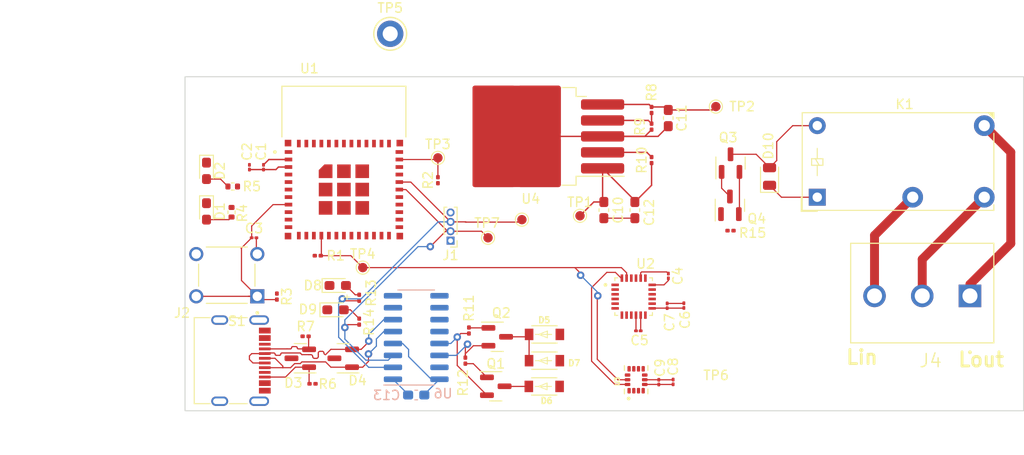
<source format=kicad_pcb>
(kicad_pcb (version 20221018) (generator pcbnew)
  (layers (0 "F.Cu" signal) (31 "B.Cu" signal) (34 "B.Paste" user) (35 "F.Paste" user) (36 "B.SilkS" user "B.Silkscreen") (37 "F.SilkS" user "F.Silkscreen") (38 "B.Mask" user) (39 "F.Mask" user) (44 "Edge.Cuts" user))
  (net 0 "")
  (net 1 "+3.3V")
  (net 2 "GND")
  (net 7 "/RST")
  (net 11 "RX")
  (net 12 "INIT_MPU")
  (net 14 "TX")
  (net 15 "SCL")
  (net 21 "Net-(D2-A)")
  (net 22 "Net-(D10-A)")
  (net 23 "SDA")
  (net 24 "Net-(U2-CPOUT)")
  (net 25 "+5V")
  (net 30 "Net-(D8-A)")
  (net 31 "Net-(D6-K)")
  (net 33 "Net-(U2-REGOUT)")
  (net 34 "Net-(D1-A)")
  (net 37 "INIT_ICM")
  (net 42 "CS")
  (net 47 "Net-(J2-CC2)")
  (net 48 "Net-(J2-CC1)")
  (net 49 "D+")
  (net 50 "D-")
  (net 53 "LED")
  (net 54 "Net-(U4-VA)")
  (net 55 "Net-(U4-EN)")
  (net 56 "Net-(Q1-B)")
  (net 57 "Net-(Q1-E)")
  (net 58 "Net-(Q2-B)")
  (net 59 "Net-(Q2-E)")
  (net 60 "/IO_0")
  (net 68 "Net-(D9-A)")
  (net 69 "Net-(J4-Pin_1)")
  (net 70 "Net-(J4-Pin_2)")
  (net 71 "Net-(J4-Pin_3)")
  (net 72 "Net-(Q3-B)")
  (net 73 "Relay")
  (net 74 "Net-(D5-K)")
  (net 75 "/IO_2")
  (footprint "mpu:QFN50P400X400X95-24N" (layer "F.Cu") (at 116.341 74.209)
    (fp_text reference "U2")
    (fp_text value "MPU-6050")
  )
  (footprint "Resistor_SMD:R_0402_1005Metric" (layer "F.Cu") (at 73.658 62.484 180)
    (fp_text reference "R5")
    (fp_text value "1k")
  )
  (footprint "ICM:PQFN50P300X250X97-14N" (layer "F.Cu") (at 116.607 83.058 90)
    (fp_text reference "U3")
    (fp_text value "ICM-42688-P")
  )
  (footprint "Package_TO_SOT_SMD:SOT-23" (layer "F.Cu") (at 126.655 59.9925 90)
    (fp_text reference "Q3")
    (fp_text value "BC847")
  )
  (footprint "Package_TO_SOT_SMD:SOT-23" (layer "F.Cu") (at 101.819 78.486)
    (fp_text reference "Q2")
    (fp_text value "BC847")
  )
  (footprint "LED_SMD:LED_0603_1608Metric_Pad1.05x0.95mm_HandSolder" (layer "F.Cu") (at 70.866 60.819 -90)
    (fp_text reference "D2")
    (fp_text value "Status Led")
  )
  (footprint "Resistor_SMD:R_0201_0603Metric" (layer "F.Cu") (at 81.4176 78.4352)
    (fp_text reference "R7")
    (fp_text value "4.7k")
  )
  (footprint "Resistor_SMD:R_0201_0603Metric" (layer "F.Cu") (at 98.425 81.026 -90)
    (fp_text reference "R12")
    (fp_text value "10k")
  )
  (footprint "Resistor_SMD:R_0201_0603Metric" (layer "F.Cu") (at 87.122 76.871 -90)
    (fp_text reference "R14")
    (fp_text value "1k")
  )
  (footprint "Package_TO_SOT_SMD:TO-263-5_TabPin3" (layer "F.Cu") (at 105.386 57.15 180)
    (fp_text reference "U4")
    (fp_text value "IFX25401TBV")
  )
  (footprint "Capacitor_SMD:C_01005_0402Metric" (layer "F.Cu") (at 75.438 60.431 90)
    (fp_text reference "C2")
    (fp_text value "0.1uF")
  )
  (footprint "TestPoint:TestPoint_Pad_D1.0mm" (layer "F.Cu") (at 110.629 65.604)
    (fp_text reference "TP1")
    (fp_text value "TX")
  )
  (footprint "TestPoint:TestPoint_Pad_D1.0mm" (layer "F.Cu") (at 87.503 71.12)
    (fp_text reference "TP4")
    (fp_text value "SCL")
  )
  (footprint "Capacitor_SMD:C_01005_0402Metric" (layer "F.Cu") (at 120.036 72.009 -90)
    (fp_text reference "C4")
    (fp_text value "2.2nF")
  )
  (footprint "Package_TO_SOT_SMD:SOT-23" (layer "F.Cu") (at 85.4225 80.772 180)
    (fp_text reference "D4")
    (fp_text value "SP0502BAHT")
  )
  (footprint "Connector_USB:USB_C_Receptacle_G-Switch_GT-USB-7010ASV" (layer "F.Cu") (at 73.347 81.024 -90)
    (fp_text reference "J2")
    (fp_text value "USB_C_Receptacle_USB2.0")
  )
  (footprint "Capacitor_SMD:C_01005_0402Metric" (layer "F.Cu") (at 76.936 60.431 90)
    (fp_text reference "C1")
    (fp_text value "10uF")
  )
  (footprint "Resistor_SMD:R_0201_0603Metric" (layer "F.Cu") (at 118.249 54.337 -90)
    (fp_text reference "R8")
    (fp_text value "13.19k")
  )
  (footprint "Resistor_SMD:R_0201_0603Metric" (layer "F.Cu") (at 87.122 74.331 -90)
    (fp_text reference "R13")
    (fp_text value "1k")
  )
  (footprint "Schottky:DIO_MMSZ4700T1G" (layer "F.Cu") (at 106.8475 78.232)
    (fp_text reference "D5")
    (fp_text value "D_Schottky")
  )
  (footprint "Schottky:DIO_MMSZ4700T1G" (layer "F.Cu") (at 106.8205 83.7692)
    (fp_text reference "D6")
    (fp_text value "D_Schottky")
  )
  (footprint "TestPoint:TestPoint_Pad_D1.0mm" (layer "F.Cu") (at 100.838 67.945)
    (fp_text reference "TP7")
    (fp_text value "RX")
  )
  (footprint "Capacitor_SMD:C_01005_0402Metric" (layer "F.Cu") (at 120.544 83.291 90)
    (fp_text reference "C8")
    (fp_text value "0.1uF")
  )
  (footprint "Resistor_SMD:R_0201_0603Metric" (layer "F.Cu") (at 78.359 74.204 -90)
    (fp_text reference "R3")
    (fp_text value "10k")
  )
  (footprint "Schottky:DIO_MMSZ4700T1G" (layer "F.Cu") (at 106.8443 81.026)
    (fp_text reference "D7")
    (fp_text value "D_Schottky")
  )
  (footprint "Screw:CUI_TB009-508-03BE" (layer "F.Cu") (at 152.146 74.1325 180)
    (fp_text reference "J4")
    (fp_text value "Screw_Terminal_01x03")
  )
  (footprint "button:SW_TS02-66-95-BK-260-LCR-D" (layer "F.Cu") (at 73.025 71.9275 180)
    (fp_text reference "S1")
    (fp_text value "TS02-66-95-BK-260-LCR-D")
  )
  (footprint "LED_SMD:LED_0603_1608Metric_Pad1.05x0.95mm_HandSolder" (layer "F.Cu") (at 84.836 73.025)
    (fp_text reference "D8")
    (fp_text value "TX")
  )
  (footprint "Resistor_SMD:R_0201_0603Metric" (layer "F.Cu") (at 82.1542 83.4898 180)
    (fp_text reference "R6")
    (fp_text value "4.7k")
  )
  (footprint "TestPoint:TestPoint_Pad_D1.0mm" (layer "F.Cu") (at 125.095 53.975)
    (fp_text reference "TP2")
    (fp_text value "TX")
  )
  (footprint "Diode_SMD:D_0805_2012Metric" (layer "F.Cu") (at 130.81 61.4195 90)
    (fp_text reference "D10")
    (fp_text value "CD4148W")
  )
  (footprint "Resistor_SMD:R_0402_1005Metric" (layer "F.Cu") (at 73.533 65.2252 -90)
    (fp_text reference "R4")
    (fp_text value "1k")
  )
  (footprint "LED_SMD:LED_0603_1608Metric_Pad1.05x0.95mm_HandSolder" (layer "F.Cu") (at 84.6045 75.6115)
    (fp_text reference "D9")
    (fp_text value "RX")
  )
  (footprint "TestPoint:TestPoint_Pad_D1.0mm" (layer "F.Cu") (at 104.4448 66.0146 180)
    (fp_text reference "TP6")
    (fp_text value "TX")
  )
  (footprint "esp 32:MODULE_ESP32-PICO-MINI-02" (layer "F.Cu") (at 85.496 62.812)
    (fp_text reference "U1")
    (fp_text value "ESP32-PICO-MINI-02")
  )
  (footprint "Resistor_SMD:R_0201_0603Metric" (layer "F.Cu") (at 126.655 67.183 180)
    (fp_text reference "R15")
    (fp_text value "10k")
  )
  (footprint "Resistor_SMD:R_0201_0603Metric" (layer "F.Cu") (at 98.806 77.815 90)
    (fp_text reference "R11")
    (fp_text value "10k")
  )
  (footprint "Capacitor_SMD:C_0603_1608Metric_Pad1.08x0.95mm_HandSolder" (layer "F.Cu") (at 116.471 64.9955 -90)
    (fp_text reference "C12")
    (fp_text value "10uF")
  )
  (footprint "TestPoint:TestPoint_Pad_D1.0mm" (layer "F.Cu") (at 95.504 59.436)
    (fp_text reference "TP3")
    (fp_text value "SDA")
  )
  (footprint "Resistor_SMD:R_0201_0603Metric" (layer "F.Cu") (at 118.249 59.671 90)
    (fp_text reference "R10")
    (fp_text value "4.7k")
  )
  (footprint "Resistor_SMD:R_0201_0603Metric" (layer "F.Cu") (at 118.249 56.115 -90)
    (fp_text reference "R9")
    (fp_text value "10k")
  )
  (footprint "Connector_PinHeader_1.00mm:PinHeader_1x04_P1.00mm_Vertical" (layer "F.Cu") (at 96.8502 68.2498 180)
    (fp_text reference "J1")
    (fp_text value "Conn_01x04_Pin")
  )
  (footprint "Capacitor_SMD:C_01005_0402Metric" (layer "F.Cu") (at 75.925 67.945)
    (fp_text reference "C3")
    (fp_text value "0.1uF")
  )
  (footprint "Capacitor_SMD:C_01005_0402Metric" (layer "F.Cu") (at 119.909 75.184 -90)
    (fp_text reference "C7")
    (fp_text value "10nF")
  )
  (footprint "Capacitor_SMD:C_01005_0402Metric" (layer "F.Cu") (at 119.02 83.312 90)
    (fp_text reference "C9")
    (fp_text value "0.1uF")
  )
  (footprint "Capacitor_SMD:C_01005_0402Metric" (layer "F.Cu") (at 121.687 75.163 90)
    (fp_text reference "C6")
    (fp_text value "0.1uF")
  )
  (footprint "LED_SMD:LED_0603_1608Metric_Pad1.05x0.95mm_HandSolder" (layer "F.Cu") (at 70.866 65.137 -90)
    (fp_text reference "D1")
    (fp_text value "Red Led")
  )
  (footprint "Resistor_SMD:R_0201_0603Metric" (layer "F.Cu") (at 95.504 61.813 90)
    (fp_text reference "R2")
    (fp_text value "4.7k")
  )
  (footprint "Capacitor_SMD:C_01005_0402Metric" (layer "F.Cu") (at 116.84 77.851)
    (fp_text reference "C5")
    (fp_text value "0.1uF")
  )
  (footprint "Package_TO_SOT_SMD:SOT-23" (layer "F.Cu") (at 80.8505 80.772 180)
    (fp_text reference "D3")
    (fp_text value "SP0502BAHT")
  )
  (footprint "Capacitor_SMD:C_0603_1608Metric_Pad1.08x0.95mm_HandSolder" (layer "F.Cu") (at 113.169 64.9955 -90)
    (fp_text reference "C10")
    (fp_text value "10uF")
  )
  (footprint "Relay_THT:Relay_SPDT_Finder_32.21-x000" (layer "F.Cu") (at 135.89 63.627)
    (fp_text reference "K1")
    (fp_text value "Relay_SPDT")
  )
  (footprint "TestPoint:TestPoint_Keystone_5010-5014_Multipurpose" (layer "F.Cu") (at 90.424 46.228)
    (fp_text reference "TP5")
    (fp_text value "GND")
  )
  (footprint "Capacitor_SMD:C_0603_1608Metric_Pad1.08x0.95mm_HandSolder" (layer "F.Cu") (at 120.027 55.1995 -90)
    (fp_text reference "C11")
    (fp_text value "1000uF")
  )
  (footprint "Package_TO_SOT_SMD:SOT-23" (layer "F.Cu") (at 101.662 83.754)
    (fp_text reference "Q1")
    (fp_text value "BC847")
  )
  (footprint "Package_TO_SOT_SMD:SOT-23" (layer "F.Cu") (at 126.589 64.486 90)
    (fp_text reference "Q4")
    (fp_text value "BC847")
  )
  (footprint "Resistor_SMD:R_0201_0603Metric" (layer "F.Cu") (at 82.713 69.85)
    (fp_text reference "R1")
    (fp_text value "4.7k")
  )
  (footprint "Package_SO:SOIC-16_3.9x9.9mm_P1.27mm" (layer "B.Cu") (at 93.1926 78.5622)
    (fp_text reference "U6")
    (fp_text value "CH340C")
  )
  (footprint "Capacitor_SMD:C_0603_1608Metric_Pad1.08x0.95mm_HandSolder" (layer "B.Cu") (at 93.1926 84.6836 180)
    (fp_text reference "C13")
    (fp_text value "0.1uF")
  )
  (gr_rect (start 68.58 50.8) (end 157.861 86.36) (stroke (width 0.1)) (fill none) (layer "Edge.Cuts"))
  (gr_text "Lin" (at 138.811 81.534) (layer "F.SilkS") (effects (font (size 1.5 1.5) (thickness 0.3) bold) (justify left bottom)))
  (gr_text "Lout" (at 150.749 81.788) (layer "F.SilkS") (effects (font (size 1.5 1.5) (thickness 0.3) bold) (justify left bottom)))
  (segment (start 118.336 75.434) (end 118.311 75.459) (width 0.127) (layer "F.Cu") (net 1))
  (segment (start 132.08 63.627) (end 130.81 62.357) (width 0.127) (layer "F.Cu") (net 1))
  (segment (start 135.89 63.627) (end 132.08 63.627) (width 0.127) (layer "F.Cu") (net 1))
  (segment (start 119.909 75.434) (end 118.336 75.434) (width 0.127) (layer "F.Cu") (net 1))
  (segment (start 117.982 53.75) (end 118.249 54.017) (width 0.15) (layer "F.Cu") (net 1))
  (segment (start 117.522 83.558) (end 119.016 83.558) (width 0.127) (layer "F.Cu") (net 1))
  (segment (start 119.016 83.558) (end 119.02 83.562) (width 0.127) (layer "F.Cu") (net 1))
  (segment (start 121.666 75.434) (end 121.687 75.413) (width 0.127) (layer "F.Cu") (net 1))
  (segment (start 118.249 54.017) (end 119.707 54.017) (width 0.15) (layer "F.Cu") (net 1))
  (segment (start 119.02 83.562) (end 120.523 83.562) (width 0.127) (layer "F.Cu") (net 1))
  (segment (start 119.707 54.017) (end 120.027 54.337) (width 0.15) (layer "F.Cu") (net 1))
  (segment (start 78.526 60.412) (end 78.257 60.681) (width 0.15) (layer "F.Cu") (net 1))
  (segment (start 124.733 54.337) (end 125.095 53.975) (width 0.15) (layer "F.Cu") (net 1))
  (segment (start 78.257 60.681) (end 76.936 60.681) (width 0.15) (layer "F.Cu") (net 1))
  (segment (start 79.596 60.412) (end 78.526 60.412) (width 0.15) (layer "F.Cu") (net 1))
  (segment (start 119.909 75.434) (end 121.666 75.434) (width 0.127) (layer "F.Cu") (net 1))
  (segment (start 120.523 83.562) (end 120.544 83.541) (width 0.127) (layer "F.Cu") (net 1))
  (segment (start 120.027 54.337) (end 124.733 54.337) (width 0.15) (layer "F.Cu") (net 1))
  (segment (start 75.438 60.681) (end 76.936 60.681) (width 0.15) (layer "F.Cu") (net 1))
  (segment (start 113.036 53.75) (end 117.982 53.75) (width 0.15) (layer "F.Cu") (net 1))
  (segment (start 94.7928 83.0072) (end 95.6676 83.0072) (width 0.127) (layer "B.Cu") (net 1))
  (segment (start 92.3798 80.5942) (end 94.7928 83.0072) (width 0.127) (layer "B.Cu") (net 1))
  (segment (start 91.7448 79.1972) (end 92.3798 79.8322) (width 0.127) (layer "B.Cu") (net 1))
  (segment (start 92.3798 79.8322) (end 92.3798 80.5942) (width 0.127) (layer "B.Cu") (net 1))
  (segment (start 94.0551 84.6197) (end 94.0551 84.6836) (width 0.127) (layer "B.Cu") (net 1))
  (segment (start 90.7176 79.1972) (end 91.7448 79.1972) (width 0.127) (layer "B.Cu") (net 1))
  (segment (start 95.6676 83.0072) (end 94.0551 84.6197) (width 0.127) (layer "B.Cu") (net 1))
  (segment (start 119.909 74.934) (end 121.666 74.934) (width 0.127) (layer "F.Cu") (net 2))
  (segment (start 121.666 74.934) (end 121.687 74.913) (width 0.127) (layer "F.Cu") (net 2))
  (segment (start 113.036 57.15) (end 118.939 57.15) (width 0.15) (layer "F.Cu") (net 2))
  (segment (start 113.036 57.15) (end 103.886 57.15) (width 0.15) (layer "F.Cu") (net 2))
  (segment (start 76.175 69.5775) (end 76.275 69.6775) (width 0.127) (layer "F.Cu") (net 2))
  (segment (start 120.036 72.259) (end 120.036 72.496) (width 0.127) (layer "F.Cu") (net 2))
  (segment (start 119.016 83.058) (end 119.02 83.062) (width 0.127) (layer "F.Cu") (net 2))
  (segment (start 113.036 57.15) (end 117.534 57.15) (width 0.15) (layer "F.Cu") (net 2))
  (segment (start 113.169 65.858) (end 116.471 65.858) (width 0.127) (layer "F.Cu") (net 2))
  (segment (start 120.523 83.062) (end 120.544 83.041) (width 0.127) (layer "F.Cu") (net 2))
  (segment (start 76.175 67.945) (end 76.175 69.5775) (width 0.127) (layer "F.Cu") (net 2))
  (segment (start 117.522 83.058) (end 119.016 83.058) (width 0.127) (layer "F.Cu") (net 2))
  (segment (start 76.936 60.181) (end 77.505 59.612) (width 0.15) (layer "F.Cu") (net 2))
  (segment (start 117.091 77.85) (end 117.09 77.851) (width 0.127) (layer "F.Cu") (net 2))
  (segment (start 77.505 59.612) (end 79.596 59.612) (width 0.15) (layer "F.Cu") (net 2))
  (segment (start 127.605 65.3575) (end 127.539 65.4235) (width 0.127) (layer "F.Cu") (net 2))
  (segment (start 117.091 76.179) (end 117.091 77.85) (width 0.127) (layer "F.Cu") (net 2))
  (segment (start 119.02 83.062) (end 120.523 83.062) (width 0.127) (layer "F.Cu") (net 2))
  (segment (start 127.605 60.93) (end 127.605 65.3575) (width 0.127) (layer "F.Cu") (net 2))
  (segment (start 117.534 57.15) (end 118.249 56.435) (width 0.15) (layer "F.Cu") (net 2))
  (segment (start 118.939 57.15) (end 120.027 56.062) (width 0.15) (layer "F.Cu") (net 2))
  (segment (start 119.573 72.959) (end 118.311 72.959) (width 0.127) (layer "F.Cu") (net 2))
  (segment (start 120.036 72.496) (end 119.573 72.959) (width 0.127) (layer "F.Cu") (net 2))
  (segment (start 90.7176 83.0072) (end 92.3301 84.6197) (width 0.127) (layer "B.Cu") (net 2))
  (segment (start 92.3301 84.6197) (end 92.3301 84.6836) (width 0.127) (layer "B.Cu") (net 2))
  (segment (start 79.596 64.412) (end 77.955 64.412) (width 0.127) (layer "F.Cu") (net 7))
  (segment (start 74.5913 69.0287) (end 75.675 67.945) (width 0.127) (layer "F.Cu") (net 7))
  (segment (start 76.6215 74.524) (end 78.359 74.524) (width 0.127) (layer "F.Cu") (net 7))
  (segment (start 74.5913 72.4938) (end 76.275 74.1775) (width 0.127) (layer "F.Cu") (net 7))
  (segment (start 77.955 64.412) (end 75.675 66.692) (width 0.127) (layer "F.Cu") (net 7))
  (segment (start 76.275 74.1775) (end 75.3205 74.1775) (width 0.127) (layer "F.Cu") (net 7))
  (segment (start 75.675 66.692) (end 75.675 67.945) (width 0.127) (layer "F.Cu") (net 7))
  (segment (start 76.275 74.1775) (end 76.6215 74.524) (width 0.127) (layer "F.Cu") (net 7))
  (segment (start 69.775 74.1775) (end 76.275 74.1775) (width 0.127) (layer "F.Cu") (net 7))
  (segment (start 74.5913 69.0287) (end 74.5913 72.4938) (width 0.127) (layer "F.Cu") (net 7))
  (segment (start 74.549 69.071) (end 74.5913 69.0287) (width 0.127) (layer "F.Cu") (net 7))
  (segment (start 96.3262 67.2498) (end 94.6912 68.8848) (width 0.127) (layer "F.Cu") (net 11))
  (segment (start 96.8502 67.2498) (end 96.3262 67.2498) (width 0.127) (layer "F.Cu") (net 11))
  (segment (start 92.0982 62.812) (end 96.536 67.2498) (width 0.127) (layer "F.Cu") (net 11))
  (segment (start 96.8756 67.2752) (end 96.7392 67.2752) (width 0.127) (layer "F.Cu") (net 11))
  (segment (start 91.396 62.812) (end 92.0982 62.812) (width 0.127) (layer "F.Cu") (net 11))
  (segment (start 96.8502 67.2498) (end 100.1428 67.2498) (width 0.127) (layer "F.Cu") (net 11))
  (segment (start 100.1428 67.2498) (end 100.838 67.945) (width 0.127) (layer "F.Cu") (net 11))
  (segment (start 96.536 67.2498) (end 96.8502 67.2498) (width 0.127) (layer "F.Cu") (net 11))
  (segment (start 87.122 77.191) (end 85.9024 77.191) (width 0.127) (layer "F.Cu") (net 11))
  (segment (start 85.9024 77.191) (end 85.598 77.4954) (width 0.127) (layer "F.Cu") (net 11))
  (via (at 94.6912 68.8848) (size 0.8) (drill 0.4) (layers "F.Cu" "B.Cu") (net 11))
  (via (at 85.598 77.4954) (size 0.8) (drill 0.4) (layers "F.Cu" "B.Cu") (net 11))
  (segment (start 93.3958 68.8848) (end 85.598 76.6826) (width 0.127) (layer "B.Cu") (net 11))
  (segment (start 90.7176 80.4672) (end 90.2065 80.9783) (width 0.127) (layer "B.Cu") (net 11))
  (segment (start 90.2065 80.9783) (end 87.837769 80.9783) (width 0.127) (layer "B.Cu") (net 11))
  (segment (start 85.598 76.6826) (end 85.598 77.4954) (width 0.127) (layer "B.Cu") (net 11))
  (segment (start 85.598 78.738531) (end 85.598 77.4954) (width 0.127) (layer "B.Cu") (net 11))
  (segment (start 87.837769 80.9783) (end 85.598 78.738531) (width 0.127) (layer "B.Cu") (net 11))
  (segment (start 94.6912 68.8848) (end 93.3958 68.8848) (width 0.127) (layer "B.Cu") (net 11))
  (segment (start 98.4758 66.2498) (end 98.5012 66.2752) (width 0.127) (layer "F.Cu") (net 14))
  (segment (start 91.396 62.012) (end 92.6124 62.012) (width 0.127) (layer "F.Cu") (net 14))
  (segment (start 104.1842 66.2752) (end 104.4448 66.0146) (width 0.127) (layer "F.Cu") (net 14))
  (segment (start 96.8502 66.2498) (end 98.4758 66.2498) (width 0.127) (layer "F.Cu") (net 14))
  (segment (start 87.122 74.651) (end 85.5222 74.651) (width 0.127) (layer "F.Cu") (net 14))
  (segment (start 85.5222 74.651) (end 85.3186 74.4474) (width 0.127) (layer "F.Cu") (net 14))
  (segment (start 98.5012 66.2752) (end 104.1842 66.2752) (width 0.127) (layer "F.Cu") (net 14))
  (segment (start 98.3996 66.2752) (end 98.5012 66.2752) (width 0.127) (layer "F.Cu") (net 14))
  (segment (start 92.6124 62.012) (end 96.8502 66.2498) (width 0.127) (layer "F.Cu") (net 14))
  (via (at 85.3186 74.4474) (size 0.8) (drill 0.4) (layers "F.Cu" "B.Cu") (net 14))
  (segment (start 96.8502 66.2498) (end 95.5228 66.2498) (width 0.127) (layer "B.Cu") (net 14))
  (segment (start 95.5228 66.2498) (end 87.3252 74.4474) (width 0.127) (layer "B.Cu") (net 14))
  (segment (start 84.9345 74.8315) (end 85.3186 74.4474) (width 0.127) (layer "B.Cu") (net 14))
  (segment (start 90.7176 81.7372) (end 88.134221 81.7372) (width 0.127) (layer "B.Cu") (net 14))
  (segment (start 88.134221 81.7372) (end 84.9345 78.537479) (width 0.127) (layer "B.Cu") (net 14))
  (segment (start 84.9345 78.537479) (end 84.9345 74.8315) (width 0.127) (layer "B.Cu") (net 14))
  (segment (start 87.3252 74.4474) (end 85.3186 74.4474) (width 0.127) (layer "B.Cu") (net 14))
  (segment (start 115.034 71.12) (end 115.591 71.677) (width 0.127) (layer "F.Cu") (net 15))
  (segment (start 110.0836 71.12) (end 115.034 71.12) (width 0.127) (layer "F.Cu") (net 15))
  (segment (start 83.096 69.787) (end 83.033 69.85) (width 0.127) (layer "F.Cu") (net 15))
  (segment (start 83.096 67.712) (end 83.096 69.787) (width 0.127) (layer "F.Cu") (net 15))
  (segment (start 83.033 69.85) (end 86.233 69.85) (width 0.127) (layer "F.Cu") (net 15))
  (segment (start 112.4712 74.1706) (end 112.5246 74.1172) (width 0.127) (layer "F.Cu") (net 15))
  (segment (start 115.591 71.677) (end 115.591 72.239) (width 0.127) (layer "F.Cu") (net 15))
  (segment (start 114.6556 83.058) (end 112.4712 80.8736) (width 0.127) (layer "F.Cu") (net 15))
  (segment (start 112.4712 80.8736) (end 112.4712 74.1706) (width 0.127) (layer "F.Cu") (net 15))
  (segment (start 87.503 71.12) (end 110.0836 71.12) (width 0.127) (layer "F.Cu") (net 15))
  (segment (start 110.6932 71.7296) (end 110.0836 71.12) (width 0.127) (layer "F.Cu") (net 15))
  (segment (start 86.233 69.85) (end 87.503 71.12) (width 0.127) (layer "F.Cu") (net 15))
  (segment (start 115.692 83.058) (end 114.6556 83.058) (width 0.127) (layer "F.Cu") (net 15))
  (segment (start 110.6932 71.9328) (end 110.6932 71.7296) (width 0.127) (layer "F.Cu") (net 15))
  (segment (start 112.5246 74.1172) (end 112.522 74.1198) (width 0.127) (layer "F.Cu") (net 15))
  (via (at 112.5246 74.1172) (size 0.8) (drill 0.4) (layers "F.Cu" "B.Cu") (net 15))
  (via (at 110.6932 71.9328) (size 0.8) (drill 0.4) (layers "F.Cu" "B.Cu") (net 15))
  (segment (start 112.5246 73.7642) (end 112.5246 74.1172) (width 0.127) (layer "B.Cu") (net 15))
  (segment (start 110.6932 71.9328) (end 112.5246 73.7642) (width 0.127) (layer "B.Cu") (net 15))
  (segment (start 70.866 61.694) (end 72.358 61.694) (width 0.127) (layer "F.Cu") (net 21))
  (segment (start 72.358 61.694) (end 73.148 62.484) (width 0.127) (layer "F.Cu") (net 21))
  (segment (start 133.2738 56.007) (end 131.572 57.7088) (width 0.127) (layer "F.Cu") (net 22))
  (segment (start 129.383 59.055) (end 130.81 60.482) (width 0.127) (layer "F.Cu") (net 22))
  (segment (start 131.572 59.72) (end 130.81 60.482) (width 0.127) (layer "F.Cu") (net 22))
  (segment (start 135.89 56.007) (end 133.2738 56.007) (width 0.127) (layer "F.Cu") (net 22))
  (segment (start 131.572 57.7088) (end 131.572 59.72) (width 0.127) (layer "F.Cu") (net 22))
  (segment (start 126.655 59.055) (end 129.383 59.055) (width 0.127) (layer "F.Cu") (net 22))
  (segment (start 95.504 59.436) (end 95.504 61.493) (width 0.127) (layer "F.Cu") (net 23))
  (segment (start 114.3428 83.558) (end 111.8616 81.0768) (width 0.127) (layer "F.Cu") (net 23))
  (segment (start 115.692 83.558) (end 114.3428 83.558) (width 0.127) (layer "F.Cu") (net 23))
  (segment (start 115.0126 72.239) (end 115.091 72.239) (width 0.127) (layer "F.Cu") (net 23))
  (segment (start 113.4872 71.628) (end 114.4016 71.628) (width 0.127) (layer "F.Cu") (net 23))
  (segment (start 91.396 59.612) (end 95.328 59.612) (width 0.127) (layer "F.Cu") (net 23))
  (segment (start 111.8616 73.2536) (end 113.4872 71.628) (width 0.127) (layer "F.Cu") (net 23))
  (segment (start 111.8616 81.0768) (end 111.8616 73.2536) (width 0.127) (layer "F.Cu") (net 23))
  (segment (start 114.4016 71.628) (end 115.0126 72.239) (width 0.127) (layer "F.Cu") (net 23))
  (segment (start 95.328 59.612) (end 95.504 59.436) (width 0.127) (layer "F.Cu") (net 23))
  (segment (start 117.091 72.239) (end 117.091 71.677) (width 0.127) (layer "F.Cu") (net 24))
  (segment (start 119.8575 71.5805) (end 120.036 71.759) (width 0.127) (layer "F.Cu") (net 24))
  (segment (start 117.091 71.677) (end 117.1875 71.5805) (width 0.127) (layer "F.Cu") (net 24))
  (segment (start 117.1875 71.5805) (end 119.8575 71.5805) (width 0.127) (layer "F.Cu") (net 24))
  (segment (start 113.036 60.55) (end 116.471 63.985) (width 0.15) (layer "F.Cu") (net 25))
  (segment (start 116.471 63.985) (end 116.471 64.133) (width 0.15) (layer "F.Cu") (net 25))
  (segment (start 113.036 60.55) (end 113.036 64) (width 0.15) (layer "F.Cu") (net 25))
  (segment (start 113.169 64.133) (end 112.1 64.133) (width 0.15) (layer "F.Cu") (net 25))
  (segment (start 118.249 59.991) (end 118.249 62.355) (width 0.15) (layer "F.Cu") (net 25))
  (segment (start 118.249 62.355) (end 116.471 64.133) (width 0.15) (layer "F.Cu") (net 25))
  (segment (start 112.1 64.133) (end 110.629 65.604) (width 0.15) (layer "F.Cu") (net 25))
  (segment (start 113.036 64) (end 113.169 64.133) (width 0.15) (layer "F.Cu") (net 25))
  (segment (start 85.711 73.025) (end 86.697 74.011) (width 0.127) (layer "F.Cu") (net 30))
  (segment (start 86.697 74.011) (end 87.122 74.011) (width 0.127) (layer "F.Cu") (net 30))
  (segment (start 105.183 83.7692) (end 102.6147 83.7692) (width 0.127) (layer "F.Cu") (net 31))
  (segment (start 102.6147 83.7692) (end 102.5995 83.754) (width 0.127) (layer "F.Cu") (net 31))
  (segment (start 116.59 77.851) (end 116.59 76.18) (width 0.127) (layer "F.Cu") (net 33))
  (segment (start 116.59 76.18) (end 116.591 76.179) (width 0.127) (layer "F.Cu") (net 33))
  (segment (start 73.2562 66.012) (end 73.533 65.7352) (width 0.127) (layer "F.Cu") (net 34))
  (segment (start 70.866 66.012) (end 73.2562 66.012) (width 0.127) (layer "F.Cu") (net 34))
  (segment (start 80.33 81.722) (end 81.788 81.722) (width 0.127) (layer "F.Cu") (net 47))
  (segment (start 79.278 82.774) (end 80.33 81.722) (width 0.127) (layer "F.Cu") (net 47))
  (segment (start 81.788 83.4436) (end 81.8342 83.4898) (width 0.127) (layer "F.Cu") (net 47))
  (segment (start 77.072 82.774) (end 79.278 82.774) (width 0.127) (layer "F.Cu") (net 47))
  (segment (start 81.788 81.722) (end 81.788 83.4436) (width 0.127) (layer "F.Cu") (net 47))
  (segment (start 79.79758 79.774) (end 79.445 79.774) (width 0.127) (layer "F.Cu") (net 48))
  (segment (start 80.39758 79.52658) (end 80.045 79.52658) (width 0.127) (layer "F.Cu") (net 48))
  (segment (start 79.445 79.774) (end 77.072 79.774) (width 0.127) (layer "F.Cu") (net 48))
  (segment (start 81.74 79.774) (end 80.645 79.774) (width 0.127) (layer "F.Cu") (net 48))
  (segment (start 81.7376 78.4352) (end 81.7376 79.7716) (width 0.127) (layer "F.Cu") (net 48))
  (segment (start 81.788 79.822) (end 81.74 79.774) (width 0.127) (layer "F.Cu") (net 48))
  (segment (start 81.7376 79.7716) (end 81.788 79.822) (width 0.127) (layer "F.Cu") (net 48))
  (arc (start 80.52129 79.65029) (mid 80.485056 79.562814) (end 80.39758 79.52658) (width 0.127) (layer "F.Cu") (net 48))
  (arc (start 80.045 79.52658) (mid 79.957524 79.562814) (end 79.92129 79.65029) (width 0.127) (layer "F.Cu") (net 48))
  (arc (start 80.645 79.774) (mid 80.557524 79.737766) (end 80.52129 79.65029) (width 0.127) (layer "F.Cu") (net 48))
  (arc (start 79.92129 79.65029) (mid 79.885056 79.737766) (end 79.79758 79.774) (width 0.127) (layer "F.Cu") (net 48))
  (segment (start 78.994 81.6102) (end 78.994 81.774) (width 0.127) (layer "F.Cu") (net 49))
  (segment (start 77.072 80.774) (end 78.1578 80.774) (width 0.127) (layer "F.Cu") (net 49))
  (segment (start 78.994 81.774) (end 79.815552 81.774) (width 0.127) (layer "F.Cu") (net 49))
  (segment (start 79.815552 81.774) (end 80.254052 81.3355) (width 0.127) (layer "F.Cu") (net 49))
  (segment (start 86.36 81.722) (end 84.108566 81.722) (width 0.127) (layer "F.Cu") (net 49))
  (segment (start 85.808566 81.722) (end 86.008566 81.722) (width 0.127) (layer "F.Cu") (net 49))
  (segment (start 87.4928 81.722) (end 88.1126 81.1022) (width 0.127) (layer "F.Cu") (net 49))
  (segment (start 80.848066 81.3355) (end 81.025066 81.1585) (width 0.127) (layer "F.Cu") (net 49))
  (segment (start 80.254052 81.3355) (end 80.848066 81.3355) (width 0.127) (layer "F.Cu") (net 49))
  (segment (start 78.1578 80.774) (end 78.994 81.6102) (width 0.127) (layer "F.Cu") (net 49))
  (segment (start 86.36 81.722) (end 87.4928 81.722) (width 0.127) (layer "F.Cu") (net 49))
  (segment (start 81.025066 81.1585) (end 83.545066 81.1585) (width 0.127) (layer "F.Cu") (net 49))
  (segment (start 77.072 81.774) (end 78.994 81.774) (width 0.127) (layer "F.Cu") (net 49))
  (segment (start 84.108566 81.722) (end 83.545066 81.1585) (width 0.127) (layer "F.Cu") (net 49))
  (segment (start 88.1126 81.1022) (end 88.1126 80.3148) (width 0.127) (layer "F.Cu") (net 49))
  (segment (start 86.008566 81.722) (end 86.36 81.722) (width 0.127) (layer "F.Cu") (net 49))
  (via (at 88.1126 80.3148) (size 0.8) (drill 0.4) (layers "F.Cu" "B.Cu") (net 49))
  (segment (start 88.9539 78.7115) (end 89.7382 77.9272) (width 0.127) (layer "B.Cu") (net 49))
  (segment (start 88.1126 80.3148) (end 88.1634 80.264) (width 0.127) (layer "B.Cu") (net 49))
  (segment (start 88.1126 80.3148) (end 88.9539 79.4735) (width 0.127) (layer "B.Cu") (net 49))
  (segment (start 88.9539 79.4735) (end 88.9539 78.7115) (width 0.127) (layer "B.Cu") (net 49))
  (segment (start 89.7382 77.9272) (end 90.7176 77.9272) (width 0.127) (layer "B.Cu") (net 49))
  (segment (start 75.813 81.274) (end 75.438 80.899) (width 0.127) (layer "F.Cu") (net 50))
  (segment (start 81.770066 80.3855) (end 81.0205 80.3855) (width 0.127) (layer "F.Cu") (net 50))
  (segment (start 77.072 80.274) (end 75.682 80.274) (width 0.127) (layer "F.Cu") (net 50))
  (segment (start 87.3354 79.822) (end 86.36 79.822) (width 0.127) (layer "F.Cu") (net 50))
  (segment (start 77.6935 80.2085) (end 77.1375 80.2085) (width 0.127) (layer "F.Cu") (net 50))
  (segment (start 82.770066 80.3855) (end 82.770066 80.5855) (width 0.127) (layer "F.Cu") (net 50))
  (segment (start 75.438 80.899) (end 75.438 80.518) (width 0.127) (layer "F.Cu") (net 50))
  (segment (start 86.36 79.822) (end 84.108566 79.822) (width 0.127) (layer "F.Cu") (net 50))
  (segment (start 82.570066 80.7855) (end 82.370066 80.7855) (width 0.127) (layer "F.Cu") (net 50))
  (segment (start 82.770066 80.2105) (end 82.770066 80.3855) (width 0.127) (layer "F.Cu") (net 50))
  (segment (start 80.8435 80.2085) (end 78.8935 80.2085) (width 0.127) (layer "F.Cu") (net 50))
  (segment (start 81.0205 80.3855) (end 80.8435 80.2085) (width 0.127) (layer "F.Cu") (net 50))
  (segment (start 84.108566 79.822) (end 83.545066 80.3855) (width 0.127) (layer "F.Cu") (net 50))
  (segment (start 77.1375 80.2085) (end 77.072 80.274) (width 0.127) (layer "F.Cu") (net 50))
  (segment (start 83.195066 80.0355) (end 82.945066 80.0355) (width 0.127) (layer "F.Cu") (net 50))
  (segment (start 78.0435 80.2085) (end 77.6935 80.2085) (width 0.127) (layer "F.Cu") (net 50))
  (segment (start 88.138 79.0194) (end 87.3354 79.822) (width 0.127) (layer "F.Cu") (net 50))
  (segment (start 77.072 81.274) (end 75.813 81.274) (width 0.127) (layer "F.Cu") (net 50))
  (segment (start 75.682 80.274) (end 75.438 80.518) (width 0.127) (layer "F.Cu") (net 50))
  (segment (start 81.970066 80.3855) (end 81.770066 80.3855) (width 0.127) (layer "F.Cu") (net 50))
  (segment (start 88.138 78.9432) (end 88.138 79.0194) (width 0.127) (layer "F.Cu") (net 50))
  (segment (start 78.6435 80.4585) (end 78.2935 80.4585) (width 0.127) (layer "F.Cu") (net 50))
  (via (at 88.138 78.9432) (size 0.8) (drill 0.4) (layers "F.Cu" "B.Cu") (net 50))
  (arc (start 78.7685 80.3335) (mid 78.731888 80.421888) (end 78.6435 80.4585) (width 0.127) (layer "F.Cu") (net 50))
  (arc (start 82.770066 80.5855) (mid 82.711487 80.726921) (end 82.570066 80.7855) (width 0.127) (layer "F.Cu") (net 50))
  (arc (start 82.370066 80.7855) (mid 82.228645 80.726921) (end 82.170066 80.5855) (width 0.127) (layer "F.Cu") (net 50))
  (arc (start 82.945066 80.0355) (mid 82.821322 80.086756) (end 82.770066 80.2105) (width 0.127) (layer "F.Cu") (net 50))
  (arc (start 83.370066 80.2105) (mid 83.31881 80.086756) (end 83.195066 80.0355) (width 0.127) (layer "F.Cu") (net 50))
  (arc (start 83.545066 80.3855) (mid 83.421322 80.334244) (end 83.370066 80.2105) (width 0.127) (layer "F.Cu") (net 50))
  (arc (start 78.2935 80.4585) (mid 78.205112 80.421888) (end 78.1685 80.3335) (width 0.127) (layer "F.Cu") (net 50))
  (arc (start 78.8935 80.2085) (mid 78.805112 80.245112) (end 78.7685 80.3335) (width 0.127) (layer "F.Cu") (net 50))
  (arc (start 78.1685 80.3335) (mid 78.131888 80.245112) (end 78.0435 80.2085) (width 0.127) (layer "F.Cu") (net 50))
  (arc (start 82.170066 80.5855) (mid 82.111487 80.444079) (end 81.970066 80.3855) (width 0.127) (layer "F.Cu") (net 50))
  (segment (start 88.2142 79.0194) (end 88.2142 79.121) (width 0.127) (layer "B.Cu") (net 50))
  (segment (start 88.138 78.2618) (end 88.2291 78.1707) (width 0.127) (layer "B.Cu") (net 50))
  (segment (start 88.138 78.9432) (end 88.2142 79.0194) (width 0.127) (layer "B.Cu") (net 50))
  (segment (start 89.742601 76.6572) (end 90.7176 76.6572) (width 0.127) (layer "B.Cu") (net 50))
  (segment (start 88.138 78.9432) (end 88.138 78.2618) (width 0.127) (layer "B.Cu") (net 50))
  (segment (start 88.138 78.261801) (end 88.2291 78.1707) (width 0.127) (layer "B.Cu") (net 50))
  (segment (start 88.2291 78.1707) (end 89.742601 76.6572) (width 0.127) (layer "B.Cu") (net 50))
  (segment (start 113.036 55.45) (end 117.904 55.45) (width 0.15) (layer "F.Cu") (net 54))
  (segment (start 118.249 54.657) (end 118.249 55.795) (width 0.15) (layer "F.Cu") (net 54))
  (segment (start 117.904 55.45) (end 118.249 55.795) (width 0.15) (layer "F.Cu") (net 54))
  (segment (start 117.748 58.85) (end 118.249 59.351) (width 0.15) (layer "F.Cu") (net 55))
  (segment (start 113.036 58.85) (end 117.748 58.85) (width 0.15) (layer "F.Cu") (net 55))
  (segment (start 98.425 81.346) (end 99.2665 81.346) (width 0.127) (layer "F.Cu") (net 56))
  (segment (start 99.2665 81.346) (end 100.7245 82.804) (width 0.127) (layer "F.Cu") (net 56))
  (segment (start 97.9378 78.135) (end 97.5614 78.5114) (width 0.127) (layer "F.Cu") (net 57))
  (segment (start 98.806 78.135) (end 97.9378 78.135) (width 0.127) (layer "F.Cu") (net 57))
  (segment (start 97.5614 81.5409) (end 97.5614 78.5114) (width 0.127) (layer "F.Cu") (net 57))
  (segment (start 100.7245 84.704) (end 97.5614 81.5409) (width 0.127) (layer "F.Cu") (net 57))
  (via (at 97.5614 78.5114) (size 0.8) (drill 0.4) (layers "F.Cu" "B.Cu") (net 57))
  (segment (start 95.6676 79.1972) (end 96.8756 79.1972) (width 0.127) (layer "B.Cu") (net 57))
  (segment (start 96.8756 79.1972) (end 97.5614 78.5114) (width 0.127) (layer "B.Cu") (net 57))
  (segment (start 98.847 77.536) (end 98.806 77.495) (width 0.127) (layer "F.Cu") (net 58))
  (segment (start 100.8815 77.536) (end 98.847 77.536) (width 0.127) (layer "F.Cu") (net 58))
  (segment (start 98.6536 79.2734) (end 98.425 79.502) (width 0.127) (layer "F.Cu") (net 59))
  (segment (start 98.425 79.502) (end 98.425 80.706) (width 0.127) (layer "F.Cu") (net 59))
  (segment (start 98.425 80.706) (end 98.425 80.2894) (width 0.127) (layer "F.Cu") (net 59))
  (segment (start 98.425 80.2894) (end 99.2784 79.436) (width 0.127) (layer "F.Cu") (net 59))
  (segment (start 99.2784 79.436) (end 100.8815 79.436) (width 0.127) (layer "F.Cu") (net 59))
  (via (at 98.6536 79.2734) (size 0.8) (drill 0.4) (layers "F.Cu" "B.Cu") (net 59))
  (segment (start 97.4598 80.4672) (end 95.6676 80.4672) (width 0.127) (layer "B.Cu") (net 59))
  (segment (start 98.6536 79.2734) (end 97.4598 80.4672) (width 0.127) (layer "B.Cu") (net 59))
  (segment (start 86.1825 75.6115) (end 87.122 76.551) (width 0.127) (layer "F.Cu") (net 68))
  (segment (start 85.4795 75.6115) (end 86.1825 75.6115) (width 0.127) (layer "F.Cu") (net 68))
  (segment (start 153.67 56.007) (end 156.4894 58.8264) (width 0.95) (layer "F.Cu") (net 69))
  (segment (start 156.4894 58.8264) (end 156.4894 68.5546) (width 0.95) (layer "F.Cu") (net 69))
  (segment (start 156.4894 68.5546) (end 152.146 72.898) (width 0.95) (layer "F.Cu") (net 69))
  (segment (start 152.146 72.898) (end 152.146 74.1325) (width 0.95) (layer "F.Cu") (net 69))
  (segment (start 147.066 74.1325) (end 147.066 70.231) (width 0.95) (layer "F.Cu") (net 70))
  (segment (start 147.066 70.231) (end 153.67 63.627) (width 0.95) (layer "F.Cu") (net 70))
  (segment (start 141.986 67.691) (end 146.05 63.627) (width 0.95) (layer "F.Cu") (net 71))
  (segment (start 141.986 74.1325) (end 141.986 67.691) (width 0.95) (layer "F.Cu") (net 71))
  (segment (start 125.705 60.93) (end 125.705 62.6645) (width 0.127) (layer "F.Cu") (net 72))
  (segment (start 125.705 62.6645) (end 126.589 63.5485) (width 0.127) (layer "F.Cu") (net 72))
  (segment (start 105.21 78.232) (end 105.21 81.0228) (width 0.127) (layer "F.Cu") (net 74))
  (segment (start 105.21 81.0228) (end 105.2068 81.026) (width 0.127) (layer "F.Cu") (net 74))
  (segment (start 104.956 78.486) (end 105.21 78.232) (width 0.127) (layer "F.Cu") (net 74))
  (segment (start 102.7565 78.486) (end 104.956 78.486) (width 0.127) (layer "F.Cu") (net 74))
)
</source>
